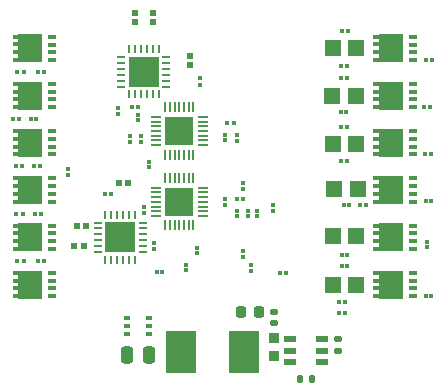
<source format=gbr>
%TF.GenerationSoftware,KiCad,Pcbnew,9.0.6*%
%TF.CreationDate,2025-12-26T21:42:16+01:00*%
%TF.ProjectId,esc,6573632e-6b69-4636-9164-5f7063625858,rev?*%
%TF.SameCoordinates,Original*%
%TF.FileFunction,Paste,Bot*%
%TF.FilePolarity,Positive*%
%FSLAX46Y46*%
G04 Gerber Fmt 4.6, Leading zero omitted, Abs format (unit mm)*
G04 Created by KiCad (PCBNEW 9.0.6) date 2025-12-26 21:42:16*
%MOMM*%
%LPD*%
G01*
G04 APERTURE LIST*
G04 Aperture macros list*
%AMRoundRect*
0 Rectangle with rounded corners*
0 $1 Rounding radius*
0 $2 $3 $4 $5 $6 $7 $8 $9 X,Y pos of 4 corners*
0 Add a 4 corners polygon primitive as box body*
4,1,4,$2,$3,$4,$5,$6,$7,$8,$9,$2,$3,0*
0 Add four circle primitives for the rounded corners*
1,1,$1+$1,$2,$3*
1,1,$1+$1,$4,$5*
1,1,$1+$1,$6,$7*
1,1,$1+$1,$8,$9*
0 Add four rect primitives between the rounded corners*
20,1,$1+$1,$2,$3,$4,$5,0*
20,1,$1+$1,$4,$5,$6,$7,0*
20,1,$1+$1,$6,$7,$8,$9,0*
20,1,$1+$1,$8,$9,$2,$3,0*%
G04 Aperture macros list end*
%ADD10R,2.100000X2.400000*%
%ADD11R,0.800000X0.400000*%
%ADD12R,0.860000X0.810000*%
%ADD13RoundRect,0.140000X-0.140000X-0.170000X0.140000X-0.170000X0.140000X0.170000X-0.140000X0.170000X0*%
%ADD14R,0.600000X0.500000*%
%ADD15R,0.300000X0.320000*%
%ADD16R,0.370000X0.320000*%
%ADD17R,0.320000X0.300000*%
%ADD18R,0.200000X0.850000*%
%ADD19R,0.850000X0.200000*%
%ADD20R,2.400000X2.400000*%
%ADD21R,0.500000X0.600000*%
%ADD22RoundRect,0.250000X0.250000X0.475000X-0.250000X0.475000X-0.250000X-0.475000X0.250000X-0.475000X0*%
%ADD23R,0.320000X0.370000*%
%ADD24R,0.280000X0.660000*%
%ADD25R,0.660000X0.280000*%
%ADD26R,2.550000X2.550000*%
%ADD27R,1.410000X1.350000*%
%ADD28R,2.530000X3.670000*%
%ADD29RoundRect,0.225000X0.225000X0.250000X-0.225000X0.250000X-0.225000X-0.250000X0.225000X-0.250000X0*%
%ADD30RoundRect,0.140000X-0.170000X0.140000X-0.170000X-0.140000X0.170000X-0.140000X0.170000X0.140000X0*%
%ADD31R,1.100000X0.600000*%
%ADD32R,0.600000X0.420000*%
G04 APERTURE END LIST*
D10*
%TO.C,Q8*%
X138600000Y-108500000D03*
D11*
X137450000Y-107520000D03*
X137450000Y-108170000D03*
X137450000Y-108830000D03*
X137450000Y-109480000D03*
X140450000Y-109480000D03*
X140450000Y-108830000D03*
X140450000Y-108180000D03*
X140450000Y-107520000D03*
%TD*%
D10*
%TO.C,Q12*%
X138600000Y-104500000D03*
D11*
X137450000Y-103520000D03*
X137450000Y-104170000D03*
X137450000Y-104830000D03*
X137450000Y-105480000D03*
X140450000Y-105480000D03*
X140450000Y-104830000D03*
X140450000Y-104180000D03*
X140450000Y-103520000D03*
%TD*%
D12*
%TO.C,R88*%
X159200000Y-118550000D03*
X159200000Y-117050000D03*
%TD*%
D13*
%TO.C,C37*%
X161400000Y-120500000D03*
X162400000Y-120500000D03*
%TD*%
D14*
%TO.C,D8*%
X148950000Y-90300000D03*
X148950000Y-89500000D03*
%TD*%
D15*
%TO.C,R19*%
X165440000Y-110900000D03*
X164960000Y-110900000D03*
%TD*%
D16*
%TO.C,C26*%
X137105000Y-98500000D03*
X137645000Y-98500000D03*
%TD*%
D17*
%TO.C,R8*%
X156600000Y-109660000D03*
X156600000Y-110140000D03*
%TD*%
D18*
%TO.C,U11*%
X152400000Y-101500000D03*
X152000000Y-101500000D03*
X151600000Y-101500000D03*
X151200000Y-101500000D03*
X150800000Y-101500000D03*
X150400000Y-101500000D03*
X150000000Y-101500000D03*
D19*
X149200000Y-100700000D03*
X149200000Y-100300000D03*
X149200000Y-99900000D03*
X149200000Y-99500000D03*
X149200000Y-99100000D03*
X149200000Y-98700000D03*
X149200000Y-98300000D03*
D18*
X150000000Y-97500000D03*
X150400000Y-97500000D03*
X150800000Y-97500000D03*
X151200000Y-97500000D03*
X151600000Y-97500000D03*
X152000000Y-97500000D03*
X152400000Y-97500000D03*
D19*
X153200000Y-98300000D03*
X153200000Y-98700000D03*
X153200000Y-99100000D03*
X153200000Y-99500000D03*
X153200000Y-99900000D03*
X153200000Y-100300000D03*
X153200000Y-100700000D03*
D20*
X151200000Y-99500000D03*
%TD*%
D16*
%TO.C,C18*%
X137405000Y-106500000D03*
X137945000Y-106500000D03*
%TD*%
D17*
%TO.C,R11*%
X155100000Y-105740000D03*
X155100000Y-105260000D03*
%TD*%
D21*
%TO.C,D6*%
X143125000Y-109275000D03*
X142325000Y-109275000D03*
%TD*%
D22*
%TO.C,C50*%
X148650000Y-118500000D03*
X146750000Y-118500000D03*
%TD*%
D11*
%TO.C,Q23*%
X170950000Y-91520000D03*
X170950000Y-92180000D03*
X170950000Y-92830000D03*
X170950000Y-93480000D03*
X167950000Y-93480000D03*
X167950000Y-92830000D03*
X167950000Y-92170000D03*
X167950000Y-91520000D03*
D10*
X169100000Y-92500000D03*
%TD*%
D23*
%TO.C,C14*%
X149075000Y-108955000D03*
X149075000Y-109495000D03*
%TD*%
D24*
%TO.C,U12*%
X149450000Y-96410000D03*
X148950000Y-96410000D03*
X148450000Y-96410000D03*
X147950000Y-96410000D03*
X147450000Y-96410000D03*
X146950000Y-96410000D03*
D25*
X146290000Y-95750000D03*
X146290000Y-95250000D03*
X146290000Y-94750000D03*
X146290000Y-94250000D03*
X146290000Y-93750000D03*
X146290000Y-93250000D03*
D24*
X146950000Y-92590000D03*
X147450000Y-92590000D03*
X147950000Y-92590000D03*
X148450000Y-92590000D03*
X148950000Y-92590000D03*
X149450000Y-92590000D03*
D25*
X150110000Y-93250000D03*
X150110000Y-93750000D03*
X150110000Y-94250000D03*
X150110000Y-94750000D03*
X150110000Y-95250000D03*
X150110000Y-95750000D03*
D26*
X148200000Y-94500000D03*
%TD*%
D16*
%TO.C,C17*%
X137505000Y-110525000D03*
X138045000Y-110525000D03*
%TD*%
D15*
%TO.C,R80*%
X171910000Y-97475000D03*
X172390000Y-97475000D03*
%TD*%
D11*
%TO.C,Q3*%
X170950000Y-107520000D03*
X170950000Y-108180000D03*
X170950000Y-108830000D03*
X170950000Y-109480000D03*
X167950000Y-109480000D03*
X167950000Y-108830000D03*
X167950000Y-108170000D03*
X167950000Y-107520000D03*
D10*
X169100000Y-108500000D03*
%TD*%
D15*
%TO.C,R76*%
X164885000Y-99150000D03*
X165365000Y-99150000D03*
%TD*%
D17*
%TO.C,R46*%
X141750000Y-102735000D03*
X141750000Y-103215000D03*
%TD*%
D27*
%TO.C,C29*%
X164200000Y-92500000D03*
X166200000Y-92500000D03*
%TD*%
D15*
%TO.C,R15*%
X165120000Y-105800000D03*
X165600000Y-105800000D03*
%TD*%
D11*
%TO.C,Q10*%
X140450000Y-111520000D03*
X140450000Y-112180000D03*
X140450000Y-112830000D03*
X140450000Y-113480000D03*
X137450000Y-113480000D03*
X137450000Y-112830000D03*
X137450000Y-112170000D03*
X137450000Y-111520000D03*
D10*
X138600000Y-112500000D03*
%TD*%
D28*
%TO.C,R240*%
X156670000Y-118200000D03*
X151330000Y-118200000D03*
%TD*%
D11*
%TO.C,Q18*%
X140450000Y-91520000D03*
X140450000Y-92180000D03*
X140450000Y-92830000D03*
X140450000Y-93480000D03*
X137450000Y-93480000D03*
X137450000Y-92830000D03*
X137450000Y-92170000D03*
X137450000Y-91520000D03*
D10*
X138600000Y-92500000D03*
%TD*%
D25*
%TO.C,U2*%
X148110000Y-107250000D03*
X148110000Y-107750000D03*
X148110000Y-108250000D03*
X148110000Y-108750000D03*
X148110000Y-109250000D03*
X148110000Y-109750000D03*
D24*
X147450000Y-110410000D03*
X146950000Y-110410000D03*
X146450000Y-110410000D03*
X145950000Y-110410000D03*
X145450000Y-110410000D03*
X144950000Y-110410000D03*
D25*
X144290000Y-109750000D03*
X144290000Y-109250000D03*
X144290000Y-108750000D03*
X144290000Y-108250000D03*
X144290000Y-107750000D03*
X144290000Y-107250000D03*
D24*
X144950000Y-106590000D03*
X145450000Y-106590000D03*
X145950000Y-106590000D03*
X146450000Y-106590000D03*
X146950000Y-106590000D03*
X147450000Y-106590000D03*
D26*
X146200000Y-108500000D03*
%TD*%
D17*
%TO.C,R73*%
X156050000Y-99835000D03*
X156050000Y-100315000D03*
%TD*%
D27*
%TO.C,C1*%
X164300000Y-104400000D03*
X166300000Y-104400000D03*
%TD*%
D11*
%TO.C,Q19*%
X170950000Y-95520000D03*
X170950000Y-96180000D03*
X170950000Y-96830000D03*
X170950000Y-97480000D03*
X167950000Y-97480000D03*
X167950000Y-96830000D03*
X167950000Y-96170000D03*
X167950000Y-95520000D03*
D10*
X169100000Y-96500000D03*
%TD*%
D15*
%TO.C,R20*%
X172060000Y-105400000D03*
X172540000Y-105400000D03*
%TD*%
D17*
%TO.C,R48*%
X147000000Y-99960000D03*
X147000000Y-100440000D03*
%TD*%
D11*
%TO.C,Q1*%
X170950000Y-111520000D03*
X170950000Y-112180000D03*
X170950000Y-112830000D03*
X170950000Y-113480000D03*
X167950000Y-113480000D03*
X167950000Y-112830000D03*
X167950000Y-112170000D03*
X167950000Y-111520000D03*
D10*
X169100000Y-112500000D03*
%TD*%
D16*
%TO.C,C31*%
X155255000Y-98800000D03*
X155795000Y-98800000D03*
%TD*%
D15*
%TO.C,R16*%
X172060000Y-113500000D03*
X172540000Y-113500000D03*
%TD*%
D29*
%TO.C,C38*%
X157980000Y-114800000D03*
X156420000Y-114800000D03*
%TD*%
D11*
%TO.C,Q14*%
X140450000Y-95520000D03*
X140450000Y-96180000D03*
X140450000Y-96830000D03*
X140450000Y-97480000D03*
X137450000Y-97480000D03*
X137450000Y-96830000D03*
X137450000Y-96170000D03*
X137450000Y-95520000D03*
D10*
X138600000Y-96500000D03*
%TD*%
D17*
%TO.C,R74*%
X155075000Y-99810000D03*
X155075000Y-100290000D03*
%TD*%
%TO.C,R47*%
X145975000Y-98040000D03*
X145975000Y-97560000D03*
%TD*%
D15*
%TO.C,R3*%
X160240000Y-111500000D03*
X159760000Y-111500000D03*
%TD*%
D17*
%TO.C,R49*%
X147675000Y-98110000D03*
X147675000Y-98590000D03*
%TD*%
D23*
%TO.C,C15*%
X148200000Y-105930000D03*
X148200000Y-106470000D03*
%TD*%
D15*
%TO.C,R23*%
X139235000Y-110525000D03*
X139715000Y-110525000D03*
%TD*%
D16*
%TO.C,C16*%
X145420000Y-104875000D03*
X144880000Y-104875000D03*
%TD*%
D11*
%TO.C,Q16*%
X140450000Y-99520000D03*
X140450000Y-100180000D03*
X140450000Y-100830000D03*
X140450000Y-101480000D03*
X137450000Y-101480000D03*
X137450000Y-100830000D03*
X137450000Y-100170000D03*
X137450000Y-99520000D03*
D10*
X138600000Y-100500000D03*
%TD*%
D15*
%TO.C,R81*%
X165415000Y-102050000D03*
X164935000Y-102050000D03*
%TD*%
D17*
%TO.C,R7*%
X159100000Y-105760000D03*
X159100000Y-106240000D03*
%TD*%
D21*
%TO.C,D5*%
X143325000Y-107550000D03*
X142525000Y-107550000D03*
%TD*%
D27*
%TO.C,C3*%
X164200000Y-108400000D03*
X166200000Y-108400000D03*
%TD*%
D16*
%TO.C,C4*%
X156080000Y-105300000D03*
X156620000Y-105300000D03*
%TD*%
D17*
%TO.C,R30*%
X151775000Y-111290000D03*
X151775000Y-110810000D03*
%TD*%
D15*
%TO.C,R79*%
X172010000Y-101425000D03*
X172490000Y-101425000D03*
%TD*%
%TO.C,R84*%
X172095000Y-93475000D03*
X172575000Y-93475000D03*
%TD*%
D27*
%TO.C,C2*%
X164200000Y-112500000D03*
X166200000Y-112500000D03*
%TD*%
D16*
%TO.C,C27*%
X137505000Y-94475000D03*
X138045000Y-94475000D03*
%TD*%
D17*
%TO.C,R4*%
X156100000Y-106740000D03*
X156100000Y-106260000D03*
%TD*%
%TO.C,R9*%
X157300000Y-111340000D03*
X157300000Y-110860000D03*
%TD*%
%TO.C,R18*%
X172200000Y-109340000D03*
X172200000Y-108860000D03*
%TD*%
D15*
%TO.C,R21*%
X166980000Y-105800000D03*
X166500000Y-105800000D03*
%TD*%
D27*
%TO.C,C28*%
X164125000Y-96500000D03*
X166125000Y-96500000D03*
%TD*%
D15*
%TO.C,R17*%
X165240000Y-114900000D03*
X164760000Y-114900000D03*
%TD*%
D11*
%TO.C,Q21*%
X170950000Y-99520000D03*
X170950000Y-100180000D03*
X170950000Y-100830000D03*
X170950000Y-101480000D03*
X167950000Y-101480000D03*
X167950000Y-100830000D03*
X167950000Y-100170000D03*
X167950000Y-99520000D03*
D10*
X169100000Y-100500000D03*
%TD*%
D30*
%TO.C,R86*%
X159200000Y-114800000D03*
X159200000Y-115800000D03*
%TD*%
D17*
%TO.C,R29*%
X152675000Y-109385000D03*
X152675000Y-109865000D03*
%TD*%
D16*
%TO.C,C25*%
X137355000Y-102500000D03*
X137895000Y-102500000D03*
%TD*%
D17*
%TO.C,R6*%
X157000000Y-106740000D03*
X157000000Y-106260000D03*
%TD*%
D15*
%TO.C,R77*%
X164860000Y-97925000D03*
X165340000Y-97925000D03*
%TD*%
D30*
%TO.C,R85*%
X164600000Y-117100000D03*
X164600000Y-118100000D03*
%TD*%
D15*
%TO.C,R43*%
X139260000Y-94500000D03*
X139740000Y-94500000D03*
%TD*%
D27*
%TO.C,C30*%
X164200000Y-100575000D03*
X166200000Y-100575000D03*
%TD*%
D15*
%TO.C,R78*%
X164985000Y-91025000D03*
X165465000Y-91025000D03*
%TD*%
%TO.C,R82*%
X165415000Y-95000000D03*
X164935000Y-95000000D03*
%TD*%
D14*
%TO.C,D7*%
X152075000Y-93950000D03*
X152075000Y-93150000D03*
%TD*%
D17*
%TO.C,R5*%
X157800000Y-106740000D03*
X157800000Y-106260000D03*
%TD*%
D15*
%TO.C,R83*%
X165390000Y-93975000D03*
X164910000Y-93975000D03*
%TD*%
D31*
%TO.C,U21*%
X160550000Y-119050000D03*
X160550000Y-118100000D03*
X160550000Y-117150000D03*
X163250000Y-117150000D03*
X163250000Y-118100000D03*
X163250000Y-119050000D03*
%TD*%
D19*
%TO.C,U1*%
X153200000Y-104300000D03*
X153200000Y-104700000D03*
X153200000Y-105100000D03*
X153200000Y-105500000D03*
X153200000Y-105900000D03*
X153200000Y-106300000D03*
X153200000Y-106700000D03*
D18*
X152400000Y-107500000D03*
X152000000Y-107500000D03*
X151600000Y-107500000D03*
X151200000Y-107500000D03*
X150800000Y-107500000D03*
X150400000Y-107500000D03*
X150000000Y-107500000D03*
D19*
X149200000Y-106700000D03*
X149200000Y-106300000D03*
X149200000Y-105900000D03*
X149200000Y-105500000D03*
X149200000Y-105100000D03*
X149200000Y-104700000D03*
X149200000Y-104300000D03*
D18*
X150000000Y-103500000D03*
X150400000Y-103500000D03*
X150800000Y-103500000D03*
X151200000Y-103500000D03*
X151600000Y-103500000D03*
X152000000Y-103500000D03*
X152400000Y-103500000D03*
D20*
X151200000Y-105500000D03*
%TD*%
D16*
%TO.C,C23*%
X147720000Y-97450000D03*
X147180000Y-97450000D03*
%TD*%
D15*
%TO.C,R22*%
X138985000Y-106550000D03*
X139465000Y-106550000D03*
%TD*%
D23*
%TO.C,C24*%
X152975000Y-95055000D03*
X152975000Y-95595000D03*
%TD*%
D14*
%TO.C,D9*%
X147450000Y-90275000D03*
X147450000Y-89475000D03*
%TD*%
D15*
%TO.C,R45*%
X138895000Y-102500000D03*
X139375000Y-102500000D03*
%TD*%
%TO.C,R14*%
X164960000Y-110000000D03*
X165440000Y-110000000D03*
%TD*%
%TO.C,R24*%
X149285000Y-111475000D03*
X149765000Y-111475000D03*
%TD*%
D32*
%TO.C,U24*%
X146750000Y-116650000D03*
X146750000Y-116000000D03*
X146750000Y-115350000D03*
X148650000Y-115350000D03*
X148650000Y-116000000D03*
X148650000Y-116650000D03*
%TD*%
D21*
%TO.C,D4*%
X146100000Y-103875000D03*
X146900000Y-103875000D03*
%TD*%
D17*
%TO.C,R50*%
X147950000Y-99960000D03*
X147950000Y-100440000D03*
%TD*%
%TO.C,R51*%
X148625000Y-102565000D03*
X148625000Y-102085000D03*
%TD*%
D11*
%TO.C,Q5*%
X170950000Y-103520000D03*
X170950000Y-104180000D03*
X170950000Y-104830000D03*
X170950000Y-105480000D03*
X167950000Y-105480000D03*
X167950000Y-104830000D03*
X167950000Y-104170000D03*
X167950000Y-103520000D03*
D10*
X169100000Y-104500000D03*
%TD*%
D15*
%TO.C,R13*%
X164760000Y-114000000D03*
X165240000Y-114000000D03*
%TD*%
%TO.C,R44*%
X138610000Y-98500000D03*
X139090000Y-98500000D03*
%TD*%
D17*
%TO.C,R10*%
X156600000Y-104415000D03*
X156600000Y-103935000D03*
%TD*%
M02*

</source>
